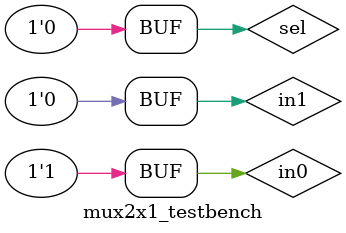
<source format=v>
`define DELAY 20
module mux2x1_testbench();

	reg sel, in0, in1;
	wire out;
	
	mux2x1 mux2x1_test(out, sel, in0, in1);
	
	initial 
		begin
			in0 = 1'b1; in1 = 1'b0; sel =1'b0;	
			#`DELAY;
			in0 = 1'b0; in1 = 1'b0; sel =1'b1;	
			#`DELAY;
			in0 = 1'b1; in1 = 1'b0; sel =1'b0;	
			#`DELAY;
		end
	  
	initial begin
	$monitor("time = %2d, in0 = %1b, in1 = %1b, sel = %1b, out = %1b", $time, in0, in1, sel, out);
	end	
	
endmodule

</source>
